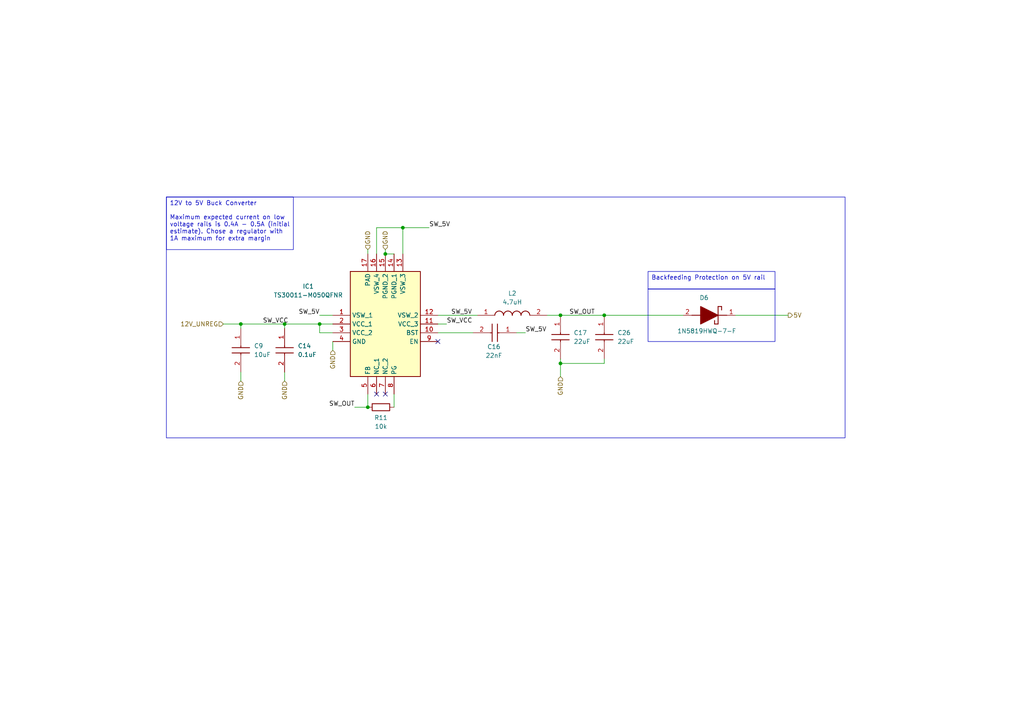
<source format=kicad_sch>
(kicad_sch (version 20250114) (generator "eeschema") (generator_version "9.0")
  (paper "A4")
  (lib_symbols
    (symbol "Device:R" (pin_numbers (hide yes)) (pin_names (offset 0))
      (property "Reference" "R" (at 2.032 0 90))
      (property "Value" "R" (at 0 0 90))
      (symbol "R_0_1"
        (rectangle (start -1.016 -2.54) (end 1.016 2.54) (stroke (width 0.254)))
      )
      (symbol "R_1_1"
        (pin passive line (at 0 3.81 270) (length 1.27) (name "~") (number "1"))
        (pin passive line (at 0 -3.81 90) (length 1.27) (name "~") (number "2"))
      )
    )
    (symbol "SamacSys_Parts:1N5819HWQ-7-F" (pin_names (hide yes))
      (property "Reference" "D" (at 12.7 8.89 0))
      (property "Value" "1N5819HWQ-7-F" (at 12.7 6.35 0))
      (symbol "1N5819HWQ-7-F_1_1"
        (polyline (pts (xy 5.08 0) (xy 7.62 0)) (stroke (width 0.254)))
        (polyline (pts (xy 6.604 -1.524) (xy 6.604 -2.54)) (stroke (width 0.254)))
        (polyline (pts (xy 7.62 2.54) (xy 7.62 -2.54)) (stroke (width 0.254)))
        (polyline (pts (xy 7.62 2.54) (xy 8.636 2.54)) (stroke (width 0.254)))
        (polyline (pts (xy 7.62 0) (xy 12.7 2.54) (xy 12.7 -2.54) (xy 7.62 0)) (stroke (width 0.254)) (fill (type outline)))
        (polyline (pts (xy 7.62 -2.54) (xy 6.604 -2.54)) (stroke (width 0.254)))
        (polyline (pts (xy 8.636 1.524) (xy 8.636 2.54)) (stroke (width 0.254)))
        (polyline (pts (xy 12.7 0) (xy 15.24 0)) (stroke (width 0.254)))
        (pin passive line (at 2.54 0 0) (length 2.54) (name "K") (number "1"))
        (pin passive line (at 17.78 0 180) (length 2.54) (name "A") (number "2"))
      )
    )
    (symbol "SamacSys_Parts:ASPI-4030S-4R7M-T" (pin_names (hide yes))
      (property "Reference" "L" (at 16.51 6.35 0))
      (property "Value" "ASPI-4030S-4R7M-T" (at 16.51 3.81 0))
      (symbol "ASPI-4030S-4R7M-T_1_1"
        (arc (start 5.08 0) (mid 6.35 1.219) (end 7.62 0) (stroke (width 0.254)))
        (arc (start 7.62 0) (mid 8.89 1.219) (end 10.16 0) (stroke (width 0.254)))
        (arc (start 10.16 0) (mid 11.43 1.219) (end 12.7 0) (stroke (width 0.254)))
        (arc (start 12.7 0) (mid 13.97 1.219) (end 15.24 0) (stroke (width 0.254)))
        (pin passive line (at 0 0 0) (length 5.08) (name "1") (number "1"))
        (pin passive line (at 20.32 0 180) (length 5.08) (name "2") (number "2"))
      )
    )
    (symbol "SamacSys_Parts:C0603C104K5RACTU" (pin_names (hide yes))
      (property "Reference" "C" (at 8.89 6.35 0))
      (property "Value" "C0603C104K5RACTU" (at 8.89 3.81 0))
      (symbol "C0603C104K5RACTU_1_1"
        (polyline (pts (xy 5.08 0) (xy 5.588 0)) (stroke (width 0.254)))
        (polyline (pts (xy 5.588 2.54) (xy 5.588 -2.54)) (stroke (width 0.254)))
        (polyline (pts (xy 7.112 2.54) (xy 7.112 -2.54)) (stroke (width 0.254)))
        (polyline (pts (xy 7.112 0) (xy 7.62 0)) (stroke (width 0.254)))
        (pin passive line (at 0 0 0) (length 5.08) (name "1") (number "1"))
        (pin passive line (at 12.7 0 180) (length 5.08) (name "2") (number "2"))
      )
    )
    (symbol "SamacSys_Parts:CL21A106KAYNNNE" (pin_names (hide yes))
      (property "Reference" "C" (at 8.89 6.35 0))
      (property "Value" "CL21A106KAYNNNE" (at 8.89 3.81 0))
      (symbol "CL21A106KAYNNNE_1_1"
        (polyline (pts (xy 5.08 0) (xy 5.588 0)) (stroke (width 0.254)))
        (polyline (pts (xy 5.588 2.54) (xy 5.588 -2.54)) (stroke (width 0.254)))
        (polyline (pts (xy 7.112 2.54) (xy 7.112 -2.54)) (stroke (width 0.254)))
        (polyline (pts (xy 7.112 0) (xy 7.62 0)) (stroke (width 0.254)))
        (pin passive line (at 0 0 0) (length 5.08) (name "1") (number "1"))
        (pin passive line (at 12.7 0 180) (length 5.08) (name "2") (number "2"))
      )
    )
    (symbol "SamacSys_Parts:CL21A226KPCLRNC" (pin_names (hide yes))
      (property "Reference" "C" (at 8.89 6.35 0))
      (property "Value" "CL21A226KPCLRNC" (at 8.89 3.81 0))
      (symbol "CL21A226KPCLRNC_1_1"
        (polyline (pts (xy 5.08 0) (xy 5.588 0)) (stroke (width 0.254)))
        (polyline (pts (xy 5.588 2.54) (xy 5.588 -2.54)) (stroke (width 0.254)))
        (polyline (pts (xy 7.112 2.54) (xy 7.112 -2.54)) (stroke (width 0.254)))
        (polyline (pts (xy 7.112 0) (xy 7.62 0)) (stroke (width 0.254)))
        (pin passive line (at 0 0 0) (length 5.08) (name "1") (number "1"))
        (pin passive line (at 12.7 0 180) (length 5.08) (name "2") (number "2"))
      )
    )
    (symbol "SamacSys_Parts:GCM155R71E223KA55J" (pin_names (hide yes))
      (property "Reference" "C" (at 8.89 6.35 0))
      (property "Value" "GCM155R71E223KA55J" (at 8.89 3.81 0))
      (symbol "GCM155R71E223KA55J_1_1"
        (polyline (pts (xy 5.08 0) (xy 5.588 0)) (stroke (width 0.254)))
        (polyline (pts (xy 5.588 2.54) (xy 5.588 -2.54)) (stroke (width 0.254)))
        (polyline (pts (xy 7.112 2.54) (xy 7.112 -2.54)) (stroke (width 0.254)))
        (polyline (pts (xy 7.112 0) (xy 7.62 0)) (stroke (width 0.254)))
        (pin passive line (at 0 0 0) (length 5.08) (name "1") (number "1"))
        (pin passive line (at 12.7 0 180) (length 5.08) (name "2") (number "2"))
      )
    )
    (symbol "SamacSys_Parts:TS30011-M050QFNR"
      (property "Reference" "IC" (at 26.67 17.78 0))
      (property "Value" "TS30011-M050QFNR" (at 26.67 15.24 0))
      (symbol "TS30011-M050QFNR_1_1"
        (rectangle (start 5.08 12.7) (end 25.4 -17.78) (stroke (width 0.254)) (fill (type background)))
        (pin passive line (at 0 0 0) (length 5.08) (name "VSW_1") (number "1"))
        (pin passive line (at 0 -2.54 0) (length 5.08) (name "VCC_1") (number "2"))
        (pin passive line (at 0 -5.08 0) (length 5.08) (name "VCC_2") (number "3"))
        (pin passive line (at 0 -7.62 0) (length 5.08) (name "GND") (number "4"))
        (pin passive line (at 10.16 17.78 270) (length 5.08) (name "PAD") (number "17"))
        (pin passive line (at 10.16 -22.86 90) (length 5.08) (name "FB") (number "5"))
        (pin passive line (at 12.7 17.78 270) (length 5.08) (name "VSW_4") (number "16"))
        (pin passive line (at 12.7 -22.86 90) (length 5.08) (name "NC_1") (number "6"))
        (pin passive line (at 15.24 17.78 270) (length 5.08) (name "PGND_2") (number "15"))
        (pin passive line (at 15.24 -22.86 90) (length 5.08) (name "NC_2") (number "7"))
        (pin passive line (at 17.78 17.78 270) (length 5.08) (name "PGND_1") (number "14"))
        (pin passive line (at 17.78 -22.86 90) (length 5.08) (name "PG") (number "8"))
        (pin passive line (at 20.32 17.78 270) (length 5.08) (name "VSW_3") (number "13"))
        (pin passive line (at 30.48 0 180) (length 5.08) (name "VSW_2") (number "12"))
        (pin passive line (at 30.48 -2.54 180) (length 5.08) (name "VCC_3") (number "11"))
        (pin passive line (at 30.48 -5.08 180) (length 5.08) (name "BST") (number "10"))
        (pin passive line (at 30.48 -7.62 180) (length 5.08) (name "EN") (number "9"))
      )
    )
  )
  (rectangle (start 187.96 83.82) (end 224.79 99.06))
  (rectangle (start 48.26 57.15) (end 245.11 127))
  (text_box "12V to 5V Buck Converter\n\nMaximum expected current on low voltage rails is 0.4A - 0.5A (initial estimate). Chose a regulator with 1A maximum for extra margin\n\n" (at 48.26 57.15 0) (size 36.83 15.24) (margins 0.9525 0.9525 0.9525 0.9525) (effects (font (size 1.27 1.27)) (justify left top)))
  (text_box "Backfeeding Protection on 5V rail" (at 187.96 78.74 0) (size 36.83 5.08) (margins 0.9525 0.9525 0.9525 0.9525) (effects (font (size 1.27 1.27)) (justify left top)))
  (junction (at 116.84 66.04))
  (junction (at 92.71 93.98))
  (junction (at 162.56 91.44))
  (junction (at 106.68 118.11))
  (junction (at 162.56 105.41))
  (junction (at 69.85 93.98))
  (junction (at 111.76 73.66))
  (junction (at 175.26 91.44))
  (junction (at 82.55 93.98))
  (no_connect (at 127 99.06))
  (no_connect (at 109.22 114.3))
  (no_connect (at 111.76 114.3))
  (wire (pts (xy 69.85 107.95) (xy 69.85 110.49)))
  (wire (pts (xy 82.55 93.98) (xy 92.71 93.98)))
  (wire (pts (xy 127 93.98) (xy 129.54 93.98)))
  (wire (pts (xy 109.22 66.04) (xy 109.22 73.66)))
  (wire (pts (xy 162.56 105.41) (xy 162.56 109.22)))
  (wire (pts (xy 175.26 91.44) (xy 198.12 91.44)))
  (wire (pts (xy 162.56 104.14) (xy 162.56 105.41)))
  (wire (pts (xy 127 96.52) (xy 137.16 96.52)))
  (wire (pts (xy 64.77 93.98) (xy 69.85 93.98)))
  (wire (pts (xy 92.71 93.98) (xy 96.52 93.98)))
  (wire (pts (xy 69.85 93.98) (xy 82.55 93.98)))
  (wire (pts (xy 92.71 93.98) (xy 92.71 96.52)))
  (wire (pts (xy 111.76 73.66) (xy 114.3 73.66)))
  (wire (pts (xy 175.26 104.14) (xy 175.26 105.41)))
  (wire (pts (xy 127 91.44) (xy 138.43 91.44)))
  (wire (pts (xy 92.71 96.52) (xy 96.52 96.52)))
  (wire (pts (xy 149.86 96.52) (xy 152.4 96.52)))
  (wire (pts (xy 175.26 105.41) (xy 162.56 105.41)))
  (wire (pts (xy 109.22 66.04) (xy 116.84 66.04)))
  (wire (pts (xy 213.36 91.44) (xy 228.6 91.44)))
  (wire (pts (xy 96.52 101.6) (xy 96.52 99.06)))
  (wire (pts (xy 82.55 107.95) (xy 82.55 110.49)))
  (wire (pts (xy 82.55 93.98) (xy 82.55 95.25)))
  (wire (pts (xy 111.76 72.39) (xy 111.76 73.66)))
  (wire (pts (xy 158.75 91.44) (xy 162.56 91.44)))
  (wire (pts (xy 106.68 114.3) (xy 106.68 118.11)))
  (wire (pts (xy 96.52 91.44) (xy 92.71 91.44)))
  (wire (pts (xy 106.68 72.39) (xy 106.68 73.66)))
  (wire (pts (xy 69.85 95.25) (xy 69.85 93.98)))
  (wire (pts (xy 114.3 114.3) (xy 114.3 118.11)))
  (wire (pts (xy 116.84 66.04) (xy 116.84 73.66)))
  (wire (pts (xy 102.87 118.11) (xy 106.68 118.11)))
  (wire (pts (xy 116.84 66.04) (xy 124.46 66.04)))
  (wire (pts (xy 162.56 91.44) (xy 175.26 91.44)))
  (label "SW_VCC" (at 129.54 93.98 0))
  (label "SW_OUT" (at 102.87 118.11 180))
  (label "SW_5V" (at 92.71 91.44 180))
  (label "SW_VCC" (at 76.2 93.98 0))
  (label "SW_OUT" (at 165.1 91.44 0))
  (label "SW_5V" (at 152.4 96.52 0))
  (label "SW_5V" (at 124.46 66.04 0))
  (label "SW_5V" (at 130.81 91.44 0))
  (hierarchical_label "GND" (shape input) (at 106.68 72.39 90))
  (hierarchical_label "GND" (shape input) (at 96.52 101.6 270))
  (hierarchical_label "GND" (shape input) (at 162.56 109.22 270))
  (hierarchical_label "GND" (shape input) (at 69.85 110.49 270))
  (hierarchical_label "12V_UNREG" (shape input) (at 64.77 93.98 180))
  (hierarchical_label "5V" (shape output) (at 228.6 91.44 0))
  (hierarchical_label "GND" (shape input) (at 82.55 110.49 270))
  (hierarchical_label "GND" (shape input) (at 111.76 72.39 90))
  (symbol (lib_id "SamacSys_Parts:TS30011-M050QFNR") (at 96.52 91.44 0) (unit 1)
    (property "Reference" "IC1" (at 89.408 83.058 0))
    (property "Value" "TS30011-M050QFNR" (at 89.408 85.598 0))
    (property "Footprint" "QFN50P300X300X100-17N-D" (effects (hide yes)))
    (property "Datasheet" "https://semtech.my.salesforce.com/sfc/p/#E0000000JelG/a/44000000MCHt/eMi5qBPcNWx2jvaXIhbkSJnPdLGooPnMiCA_.PbReH4" (effects (hide yes)))
    (property "Description" "Switching Voltage Regulators IC Hi-Eff 1Amp DC/DC Conv 1MHz 5V Outpt" (effects (hide yes)))
    (property "Height" "1" (effects (hide yes)))
    (property "Manufacturer_Name" "SEMTECH" (effects (hide yes)))
    (property "Manufacturer_Part_Number" "TS30011-M050QFNR" (effects (hide yes)))
    (property "Mouser Part Number" "947-TS30011-M050QFNR" (effects (hide yes)))
    (property "Mouser Price/Stock" "https://www.mouser.co.uk/ProductDetail/Semtech/TS30011-M050QFNR?qs=EumP11lMQtOGCTi7Lmcqzg%3D%3D" (effects (hide yes)))
    (property "Arrow Part Number" "TS30011-M050QFNR" (effects (hide yes)))
    (property "Arrow Price/Stock" "https://www.arrow.com/en/products/ts30011-m050qfnr/semtech?region=nac" (effects (hide yes)))
  )
  (symbol (lib_id "SamacSys_Parts:CL21A106KAYNNNE") (at 69.85 95.25 270) (unit 1)
    (property "Reference" "C9" (at 73.66 100.3299 90) (effects (justify left)))
    (property "Value" "10uF" (at 73.66 102.8699 90) (effects (justify left)))
    (property "Footprint" "CAPC2012X145N" (effects (hide yes)))
    (property "Datasheet" "https://datasheet.datasheetarchive.com/originals/distributors/Datasheets_SAMA/6a45835c9b7400e9b49c55c38a8ff4a2.pdf" (effects (hide yes)))
    (property "Description" "Samsung" (effects (hide yes)))
    (property "Height" "1.45" (effects (hide yes)))
    (property "Manufacturer_Name" "SAMSUNG" (effects (hide yes)))
    (property "Manufacturer_Part_Number" "CL21A106KAYNNNE" (effects (hide yes)))
    (property "Mouser Part Number" "187-CL21A106KAYNNNE" (effects (hide yes)))
    (property "Mouser Price/Stock" "https://www.mouser.co.uk/ProductDetail/Samsung-Electro-Mechanics/CL21A106KAYNNNE?qs=yOVawPpwOwmTXAd4dJtNjA%3D%3D" (effects (hide yes)))
    (property "Arrow Part Number" "CL21A106KAYNNNE" (effects (hide yes)))
    (property "Arrow Price/Stock" "https://www.arrow.com/en/products/cl21a106kaynnne/samsung-electro-mechanics?utm_currency=USD&region=nac" (effects (hide yes)))
  )
  (symbol (lib_id "Device:R") (at 110.49 118.11 90) (unit 1)
    (property "Reference" "R11" (at 110.49 121.158 90))
    (property "Value" "10k" (at 110.49 123.698 90))
    (property "Description" "Resistor" (effects (hide yes)))
  )
  (symbol (lib_id "SamacSys_Parts:CL21A226KPCLRNC") (at 162.56 91.44 270) (unit 1)
    (property "Reference" "C17" (at 166.37 96.5199 90) (effects (justify left)))
    (property "Value" "22uF" (at 166.37 99.0599 90) (effects (justify left)))
    (property "Footprint" "CAPC2012X95N" (effects (hide yes)))
    (property "Datasheet" "https://datasheet.datasheetarchive.com/originals/distributors/DKDS-19/374283.pdf" (effects (hide yes)))
    (property "Description" "Samsung" (effects (hide yes)))
    (property "Height" "0.95" (effects (hide yes)))
    (property "Manufacturer_Name" "SAMSUNG" (effects (hide yes)))
    (property "Manufacturer_Part_Number" "CL21A226KPCLRNC" (effects (hide yes)))
    (property "Mouser Part Number" "187-CL21A226KPCLRNC" (effects (hide yes)))
    (property "Mouser Price/Stock" "https://www.mouser.co.uk/ProductDetail/Samsung-Electro-Mechanics/CL21A226KPCLRNC?qs=E6SK%2F3jFIuGJGShlt%252BbGeg%3D%3D" (effects (hide yes)))
    (property "Arrow Part Number" "CL21A226KPCLRNC" (effects (hide yes)))
    (property "Arrow Price/Stock" "https://www.arrow.com/en/products/cl21a226kpclrnc/samsung-electro-mechanics?utm_currency=USD&region=nac" (effects (hide yes)))
  )
  (symbol (lib_id "SamacSys_Parts:1N5819HWQ-7-F") (at 215.9 91.44 180) (unit 1)
    (property "Reference" "D6" (at 204.216 86.36 0))
    (property "Value" "1N5819HWQ-7-F" (at 204.978 96.012 0))
    (property "Footprint" "SOD3716X145N" (effects (hide yes)))
    (property "Datasheet" "https://www.diodes.com//assets/Datasheets/1N5819HW.pdf" (effects (hide yes)))
    (property "Description" "Schottky Diode 40 V 1A Surface Mount SOD-123" (effects (hide yes)))
    (property "Height" "1.45" (effects (hide yes)))
    (property "Manufacturer_Name" "Diodes Incorporated" (effects (hide yes)))
    (property "Manufacturer_Part_Number" "1N5819HWQ-7-F" (effects (hide yes)))
    (property "Mouser Part Number" "621-1N5819HWQ-7-F" (effects (hide yes)))
    (property "Mouser Price/Stock" "https://www.mouser.co.uk/ProductDetail/Diodes-Incorporated/1N5819HWQ-7-F?qs=gZXFycFWdAPDr8BmsK1ygg%3D%3D" (effects (hide yes)))
    (property "Arrow Part Number" "1N5819HWQ-7-F" (effects (hide yes)))
    (property "Arrow Price/Stock" "https://www.arrow.com/en/products/1n5819hwq-7-f/diodes-incorporated?utm_currency=USD&region=europe" (effects (hide yes)))
  )
  (symbol (lib_id "SamacSys_Parts:C0603C104K5RACTU") (at 82.55 95.25 270) (unit 1)
    (property "Reference" "C14" (at 86.36 100.3299 90) (effects (justify left)))
    (property "Value" "0.1uF" (at 86.36 102.8699 90) (effects (justify left)))
    (property "Footprint" "C0603" (effects (hide yes)))
    (property "Datasheet" "https://content.kemet.com/datasheets/KEM_C1002_X7R_SMD.pdf" (effects (hide yes)))
    (property "Description" "SMD Comm X7R, Ceramic, 0.1 uF, 10%, 50 VDC, 125 VDC, 125C, -55C, X7R, SMD, MLCC, Temperature Stable, Class II, 2.5 % , 5 GOhms, 7.3 mg, 0603, 1.6mm, 0.8mm, 0.8mm, 0.7mm, 0.35mm, 4000, 78  Weeks, 80" (effects (hide yes)))
    (property "Height" "0.87" (effects (hide yes)))
    (property "Manufacturer_Name" "KEMET" (effects (hide yes)))
    (property "Manufacturer_Part_Number" "C0603C104K5RACTU" (effects (hide yes)))
    (property "Mouser Part Number" "80-C0603C104K5R" (effects (hide yes)))
    (property "Mouser Price/Stock" "https://www.mouser.co.uk/ProductDetail/KEMET/C0603C104K5RACTU?qs=l5k%252BbMnNDkkVcnZPSAaaiQ%3D%3D" (effects (hide yes)))
    (property "Arrow Part Number" "C0603C104K5RACTU" (effects (hide yes)))
    (property "Arrow Price/Stock" "https://www.arrow.com/en/products/c0603c104k5ractu/kemet-corporation?utm_currency=USD&region=nac" (effects (hide yes)))
  )
  (symbol (lib_id "SamacSys_Parts:ASPI-4030S-4R7M-T") (at 138.43 91.44 0) (unit 1)
    (property "Reference" "L2" (at 148.59 85.09 0))
    (property "Value" "4.7uH" (at 148.59 87.63 0))
    (property "Footprint" "ASPI-4030S" (effects (hide yes)))
    (property "Datasheet" "https://abracon.com/Magnetics/power/ASPI-4030S.pdf" (effects (hide yes)))
    (property "Description" "4.7 H Shielded Drum Core, Wirewound Inductor 2 A 60mOhm Nonstandard" (effects (hide yes)))
    (property "Height" "3" (effects (hide yes)))
    (property "Manufacturer_Name" "ABRACON" (effects (hide yes)))
    (property "Manufacturer_Part_Number" "ASPI-4030S-4R7M-T" (effects (hide yes)))
    (property "Mouser Part Number" "815-ASPI-4030S-4R7MT" (effects (hide yes)))
    (property "Mouser Price/Stock" "https://www.mouser.co.uk/ProductDetail/ABRACON/ASPI-4030S-4R7M-T?qs=BLmuIjeT3qG3sHpduX34Rg%3D%3D" (effects (hide yes)))
    (property "Arrow Part Number" "ASPI-4030S-4R7M-T" (effects (hide yes)))
    (property "Arrow Price/Stock" "https://www.arrow.com/en/products/aspi-4030s-4r7m-t/abracon?utm_currency=USD&region=nac" (effects (hide yes)))
  )
  (symbol (lib_id "SamacSys_Parts:CL21A226KPCLRNC") (at 175.26 91.44 270) (unit 1)
    (property "Reference" "C26" (at 179.07 96.5199 90) (effects (justify left)))
    (property "Value" "22uF" (at 179.07 99.0599 90) (effects (justify left)))
    (property "Footprint" "CAPC2012X95N" (effects (hide yes)))
    (property "Datasheet" "https://datasheet.datasheetarchive.com/originals/distributors/DKDS-19/374283.pdf" (effects (hide yes)))
    (property "Description" "Samsung" (effects (hide yes)))
    (property "Height" "0.95" (effects (hide yes)))
    (property "Manufacturer_Name" "SAMSUNG" (effects (hide yes)))
    (property "Manufacturer_Part_Number" "CL21A226KPCLRNC" (effects (hide yes)))
    (property "Mouser Part Number" "187-CL21A226KPCLRNC" (effects (hide yes)))
    (property "Mouser Price/Stock" "https://www.mouser.co.uk/ProductDetail/Samsung-Electro-Mechanics/CL21A226KPCLRNC?qs=E6SK%2F3jFIuGJGShlt%252BbGeg%3D%3D" (effects (hide yes)))
    (property "Arrow Part Number" "CL21A226KPCLRNC" (effects (hide yes)))
    (property "Arrow Price/Stock" "https://www.arrow.com/en/products/cl21a226kpclrnc/samsung-electro-mechanics?utm_currency=USD&region=nac" (effects (hide yes)))
  )
  (symbol (lib_id "SamacSys_Parts:GCM155R71E223KA55J") (at 149.86 96.52 180) (unit 1)
    (property "Reference" "C16" (at 143.256 100.584 0))
    (property "Value" "22nF" (at 143.256 103.124 0))
    (property "Footprint" "CAPC1005X55N" (effects (hide yes)))
    (property "Datasheet" "https://search.murata.co.jp/Ceramy/image/img/A01X/G101/ENG/GCM155R71E223KA55-01A.pdf" (effects (hide yes)))
    (property "Description" "Capacitor GCM15 L=1.0mm W=0.5mm T=0.5mm" (effects (hide yes)))
    (property "Height" "0.55" (effects (hide yes)))
    (property "Manufacturer_Name" "Murata Electronics" (effects (hide yes)))
    (property "Manufacturer_Part_Number" "GCM155R71E223KA55J" (effects (hide yes)))
    (property "Mouser Part Number" "81-GCM155R71E223KA5J" (effects (hide yes)))
    (property "Mouser Price/Stock" "https://www.mouser.com/Search/Refine.aspx?Keyword=81-GCM155R71E223KA5J" (effects (hide yes)))
    (property "Arrow Part Number" "GCM155R71E223KA55J" (effects (hide yes)))
    (property "Arrow Price/Stock" "https://www.arrow.com/en/products/gcm155r71e223ka55j/murata-manufacturing" (effects (hide yes)))
  )
)
</source>
